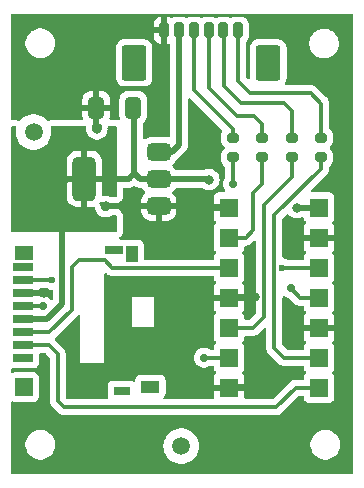
<source format=gbr>
%TF.GenerationSoftware,KiCad,Pcbnew,8.0.5-8.0.5-0~ubuntu20.04.1*%
%TF.CreationDate,2024-10-10T12:20:46-03:00*%
%TF.ProjectId,MicroSD,4d696372-6f53-4442-9e6b-696361645f70,Luis G_mez*%
%TF.SameCoordinates,Original*%
%TF.FileFunction,Copper,L1,Top*%
%TF.FilePolarity,Positive*%
%FSLAX46Y46*%
G04 Gerber Fmt 4.6, Leading zero omitted, Abs format (unit mm)*
G04 Created by KiCad (PCBNEW 8.0.5-8.0.5-0~ubuntu20.04.1) date 2024-10-10 12:20:46*
%MOMM*%
%LPD*%
G01*
G04 APERTURE LIST*
G04 Aperture macros list*
%AMRoundRect*
0 Rectangle with rounded corners*
0 $1 Rounding radius*
0 $2 $3 $4 $5 $6 $7 $8 $9 X,Y pos of 4 corners*
0 Add a 4 corners polygon primitive as box body*
4,1,4,$2,$3,$4,$5,$6,$7,$8,$9,$2,$3,0*
0 Add four circle primitives for the rounded corners*
1,1,$1+$1,$2,$3*
1,1,$1+$1,$4,$5*
1,1,$1+$1,$6,$7*
1,1,$1+$1,$8,$9*
0 Add four rect primitives between the rounded corners*
20,1,$1+$1,$2,$3,$4,$5,0*
20,1,$1+$1,$4,$5,$6,$7,0*
20,1,$1+$1,$6,$7,$8,$9,0*
20,1,$1+$1,$8,$9,$2,$3,0*%
G04 Aperture macros list end*
%TA.AperFunction,SMDPad,CuDef*%
%ADD10C,1.500000*%
%TD*%
%TA.AperFunction,SMDPad,CuDef*%
%ADD11RoundRect,0.200000X-0.275000X0.200000X-0.275000X-0.200000X0.275000X-0.200000X0.275000X0.200000X0*%
%TD*%
%TA.AperFunction,SMDPad,CuDef*%
%ADD12R,1.600000X1.600000*%
%TD*%
%TA.AperFunction,SMDPad,CuDef*%
%ADD13RoundRect,0.375000X0.625000X0.375000X-0.625000X0.375000X-0.625000X-0.375000X0.625000X-0.375000X0*%
%TD*%
%TA.AperFunction,SMDPad,CuDef*%
%ADD14RoundRect,0.500000X0.500000X1.400000X-0.500000X1.400000X-0.500000X-1.400000X0.500000X-1.400000X0*%
%TD*%
%TA.AperFunction,SMDPad,CuDef*%
%ADD15RoundRect,0.200000X0.275000X-0.200000X0.275000X0.200000X-0.275000X0.200000X-0.275000X-0.200000X0*%
%TD*%
%TA.AperFunction,SMDPad,CuDef*%
%ADD16RoundRect,0.200000X-0.200000X-0.450000X0.200000X-0.450000X0.200000X0.450000X-0.200000X0.450000X0*%
%TD*%
%TA.AperFunction,SMDPad,CuDef*%
%ADD17RoundRect,0.250001X-0.799999X-1.249999X0.799999X-1.249999X0.799999X1.249999X-0.799999X1.249999X0*%
%TD*%
%TA.AperFunction,SMDPad,CuDef*%
%ADD18RoundRect,0.250000X0.412500X0.650000X-0.412500X0.650000X-0.412500X-0.650000X0.412500X-0.650000X0*%
%TD*%
%TA.AperFunction,SMDPad,CuDef*%
%ADD19R,1.750000X0.700000*%
%TD*%
%TA.AperFunction,SMDPad,CuDef*%
%ADD20R,1.000000X1.450000*%
%TD*%
%TA.AperFunction,SMDPad,CuDef*%
%ADD21R,1.550000X1.000000*%
%TD*%
%TA.AperFunction,SMDPad,CuDef*%
%ADD22R,1.500000X0.800000*%
%TD*%
%TA.AperFunction,SMDPad,CuDef*%
%ADD23R,1.500000X1.300000*%
%TD*%
%TA.AperFunction,SMDPad,CuDef*%
%ADD24R,1.500000X1.500000*%
%TD*%
%TA.AperFunction,SMDPad,CuDef*%
%ADD25R,1.400000X0.800000*%
%TD*%
%TA.AperFunction,ViaPad*%
%ADD26C,0.800000*%
%TD*%
%TA.AperFunction,ViaPad*%
%ADD27C,0.700000*%
%TD*%
%TA.AperFunction,ViaPad*%
%ADD28C,0.600000*%
%TD*%
%TA.AperFunction,Conductor*%
%ADD29C,0.500000*%
%TD*%
%TA.AperFunction,Conductor*%
%ADD30C,0.350000*%
%TD*%
G04 APERTURE END LIST*
D10*
%TO.P,FID2,*%
%TO.N,*%
X102430000Y-110520000D03*
%TD*%
D11*
%TO.P,R2,1*%
%TO.N,Net-(J2-Pin_5)*%
X124300000Y-111010000D03*
%TO.P,R2,2*%
%TO.N,Net-(R2-Pad2)*%
X124300000Y-112660000D03*
%TD*%
D12*
%TO.P,U3,14,VCC*%
%TO.N,VDD*%
X126610000Y-116920000D03*
%TO.P,U3,13*%
%TO.N,GND*%
X126610000Y-119460000D03*
%TO.P,U3,12*%
%TO.N,Net-(J1-DAT0)*%
X126610000Y-122000000D03*
%TO.P,U3,11*%
%TO.N,Net-(R4-Pad1)*%
X126610000Y-124540000D03*
%TO.P,U3,10*%
%TO.N,GND*%
X126610000Y-127080000D03*
%TO.P,U3,9*%
%TO.N,Net-(R3-Pad2)*%
X126610000Y-129620000D03*
%TO.P,U3,8*%
%TO.N,/DAT3{slash}CD*%
X126610000Y-132160000D03*
%TO.P,U3,7,GND*%
%TO.N,GND*%
X118990000Y-132160000D03*
%TO.P,U3,6*%
%TO.N,Net-(J1-CLK)*%
X118990000Y-129620000D03*
%TO.P,U3,5*%
%TO.N,Net-(R2-Pad2)*%
X118990000Y-127080000D03*
%TO.P,U3,4*%
%TO.N,GND*%
X118990000Y-124540000D03*
%TO.P,U3,3*%
%TO.N,Net-(J1-CMD)*%
X118990000Y-122000000D03*
%TO.P,U3,2*%
%TO.N,Net-(R1-Pad2)*%
X118990000Y-119460000D03*
%TO.P,U3,1*%
%TO.N,GND*%
X118990000Y-116920000D03*
%TD*%
D11*
%TO.P,R1,1*%
%TO.N,Net-(J2-Pin_4)*%
X121800000Y-111010000D03*
%TO.P,R1,2*%
%TO.N,Net-(R1-Pad2)*%
X121800000Y-112660000D03*
%TD*%
D13*
%TO.P,U2,1,ADJ*%
%TO.N,GND*%
X113030000Y-116790000D03*
%TO.P,U2,2,VO*%
%TO.N,VDD*%
X113030000Y-114490000D03*
D14*
X106730000Y-114490000D03*
D13*
%TO.P,U2,3,VI*%
%TO.N,Net-(J2-Pin_2)*%
X113030000Y-112190000D03*
%TD*%
D11*
%TO.P,R3,1*%
%TO.N,Net-(J2-Pin_6)*%
X126800000Y-111010000D03*
%TO.P,R3,2*%
%TO.N,Net-(R3-Pad2)*%
X126800000Y-112660000D03*
%TD*%
D15*
%TO.P,R4,1*%
%TO.N,Net-(R4-Pad1)*%
X119300000Y-112660000D03*
%TO.P,R4,2*%
%TO.N,/PIN3*%
X119300000Y-111010000D03*
%TD*%
D16*
%TO.P,J2,1,Pin_1*%
%TO.N,GND*%
X113500000Y-101910000D03*
%TO.P,J2,2,Pin_2*%
%TO.N,Net-(J2-Pin_2)*%
X114750000Y-101910000D03*
%TO.P,J2,3,Pin_3*%
%TO.N,/PIN3*%
X116000000Y-101910000D03*
%TO.P,J2,4,Pin_4*%
%TO.N,Net-(J2-Pin_4)*%
X117250000Y-101910000D03*
%TO.P,J2,5,Pin_5*%
%TO.N,Net-(J2-Pin_5)*%
X118500000Y-101910000D03*
%TO.P,J2,6,Pin_6*%
%TO.N,Net-(J2-Pin_6)*%
X119750000Y-101910000D03*
D17*
%TO.P,J2,MP,MountPin*%
%TO.N,unconnected-(J2-MountPin-PadMP)*%
X110950000Y-104660000D03*
%TO.N,unconnected-(J2-MountPin-PadMP)_1*%
X122300000Y-104660000D03*
%TD*%
D10*
%TO.P,FID1,*%
%TO.N,*%
X114930000Y-137120000D03*
%TD*%
D18*
%TO.P,C1,1*%
%TO.N,VDD*%
X110862500Y-108460000D03*
%TO.P,C1,2*%
%TO.N,GND*%
X107737500Y-108460000D03*
%TD*%
D19*
%TO.P,J1,1,DAT2*%
%TO.N,unconnected-(J1-DAT2-Pad1)*%
X101530000Y-129670000D03*
%TO.P,J1,2,DAT3/CD*%
%TO.N,/DAT3{slash}CD*%
X101530000Y-128570000D03*
%TO.P,J1,3,CMD*%
%TO.N,Net-(J1-CMD)*%
X101530000Y-127470000D03*
%TO.P,J1,4,VDD*%
%TO.N,VDD*%
X101530000Y-126370000D03*
%TO.P,J1,5,CLK*%
%TO.N,Net-(J1-CLK)*%
X101530000Y-125270000D03*
%TO.P,J1,6,VSS*%
%TO.N,GND*%
X101530000Y-124170000D03*
%TO.P,J1,7,DAT0*%
%TO.N,Net-(J1-DAT0)*%
X101530000Y-123070000D03*
%TO.P,J1,8,DAT1*%
%TO.N,unconnected-(J1-DAT1-Pad8)*%
X101530000Y-121970000D03*
D20*
%TO.P,J1,9,SHIELD*%
%TO.N,unconnected-(J1-SHIELD-Pad9)*%
X110755000Y-120845000D03*
D21*
%TO.P,J1,10*%
%TO.N,N/C*%
X112330000Y-132070000D03*
D22*
%TO.P,J1,11*%
X109255000Y-120520000D03*
D23*
X101655000Y-120770000D03*
D24*
X101655000Y-132120000D03*
D25*
X109905000Y-132470000D03*
%TD*%
D26*
%TO.N,GND*%
X121100000Y-132070000D03*
X125010000Y-127080000D03*
X121155000Y-124470000D03*
X125090000Y-119460000D03*
X108530000Y-116820000D03*
X103280000Y-124170000D03*
X107800000Y-110260000D03*
D27*
%TO.N,Net-(J1-CLK)*%
X116880000Y-129620000D03*
X103234999Y-125270000D03*
D28*
%TO.N,Net-(J1-DAT0)*%
X104030000Y-123070000D03*
X123505000Y-122020000D03*
D27*
%TO.N,Net-(R4-Pad1)*%
X119300000Y-114910000D03*
X124210000Y-123760000D03*
D26*
%TO.N,VDD*%
X117280000Y-114540000D03*
X124728008Y-116918008D03*
%TD*%
D29*
%TO.N,GND*%
X125010000Y-127080000D02*
X126610000Y-127080000D01*
X113030000Y-116790000D02*
X118850000Y-116860000D01*
%TO.N,VDD*%
X110962500Y-114002500D02*
X110475000Y-114490000D01*
X110475000Y-114490000D02*
X106730000Y-114490000D01*
X101530000Y-126370000D02*
X103560000Y-126370000D01*
X103560000Y-126370000D02*
X104850000Y-125080000D01*
X105320000Y-114490000D02*
X106730000Y-114490000D01*
X104850000Y-125080000D02*
X104850000Y-114960000D01*
X104850000Y-114960000D02*
X105320000Y-114490000D01*
%TO.N,Net-(J2-Pin_2)*%
X114750000Y-101910000D02*
X114750000Y-111590000D01*
X114150000Y-112190000D02*
X113030000Y-112190000D01*
X114750000Y-111590000D02*
X114150000Y-112190000D01*
%TO.N,VDD*%
X117280000Y-114540000D02*
X117230000Y-114490000D01*
X117230000Y-114490000D02*
X113030000Y-114490000D01*
%TO.N,GND*%
X125090000Y-119460000D02*
X126610000Y-119460000D01*
D30*
%TO.N,Net-(R4-Pad1)*%
X124210000Y-123760000D02*
X124990000Y-124540000D01*
X124990000Y-124540000D02*
X126610000Y-124540000D01*
%TO.N,Net-(J1-CLK)*%
X103234999Y-125270000D02*
X101530000Y-125270000D01*
D29*
%TO.N,VDD*%
X110962500Y-114002500D02*
X111450000Y-114490000D01*
X111450000Y-114490000D02*
X113040000Y-114490000D01*
%TO.N,GND*%
X108530000Y-116820000D02*
X108570000Y-116780000D01*
X108570000Y-116780000D02*
X113020000Y-116780000D01*
X113020000Y-116780000D02*
X113030000Y-116790000D01*
D30*
%TO.N,Net-(J2-Pin_5)*%
X124300000Y-108770000D02*
X124300000Y-111010000D01*
X118530000Y-106640000D02*
X119970330Y-108080000D01*
X119970330Y-108080000D02*
X123610000Y-108080000D01*
X123610000Y-108080000D02*
X124300000Y-108770000D01*
%TO.N,/DAT3{slash}CD*%
X101530000Y-128570000D02*
X103740000Y-128570000D01*
X104480000Y-133270000D02*
X105030000Y-133820000D01*
X103740000Y-128570000D02*
X104480000Y-129310000D01*
X124640000Y-132160000D02*
X126610000Y-132160000D01*
X104480000Y-129310000D02*
X104480000Y-133270000D01*
X105030000Y-133820000D02*
X122980000Y-133820000D01*
X122980000Y-133820000D02*
X124640000Y-132160000D01*
%TO.N,Net-(J1-CMD)*%
X118990000Y-122000000D02*
X109082488Y-122000000D01*
X109082488Y-122000000D02*
X108477488Y-121395000D01*
X108477488Y-121395000D02*
X106280000Y-121395000D01*
X106280000Y-121395000D02*
X105700000Y-121975000D01*
X105700000Y-121975000D02*
X105700000Y-125550000D01*
X105700000Y-125550000D02*
X103780000Y-127470000D01*
X103780000Y-127470000D02*
X101530000Y-127470000D01*
%TO.N,Net-(R3-Pad2)*%
X126800000Y-112660000D02*
X126800000Y-113610000D01*
X126800000Y-113610000D02*
X122830000Y-117580000D01*
X123630000Y-129620000D02*
X126610000Y-129620000D01*
X122830000Y-117580000D02*
X122830000Y-128820000D01*
X122830000Y-128820000D02*
X123630000Y-129620000D01*
%TO.N,Net-(R1-Pad2)*%
X121780000Y-112680000D02*
X121780000Y-114960000D01*
X121780000Y-114960000D02*
X121030000Y-115710000D01*
X121030000Y-115710000D02*
X121030000Y-118820000D01*
X120390000Y-119460000D02*
X118990000Y-119460000D01*
X121030000Y-118820000D02*
X120390000Y-119460000D01*
%TO.N,Net-(J2-Pin_6)*%
X126800000Y-111010000D02*
X126800000Y-108110000D01*
X125890000Y-107200000D02*
X120760000Y-107200000D01*
X119750000Y-106190000D02*
X119750000Y-101910000D01*
X126800000Y-108110000D02*
X125890000Y-107200000D01*
X120760000Y-107200000D02*
X119750000Y-106190000D01*
%TO.N,/PIN3*%
X119300000Y-111010000D02*
X119300000Y-110300000D01*
X119300000Y-110300000D02*
X116000000Y-107000000D01*
X116000000Y-107000000D02*
X116000000Y-101910000D01*
%TO.N,Net-(J2-Pin_4)*%
X121800000Y-111010000D02*
X121800000Y-109870000D01*
X121800000Y-109870000D02*
X121130000Y-109200000D01*
X121130000Y-109200000D02*
X119660000Y-109200000D01*
X119660000Y-109200000D02*
X117250000Y-106790000D01*
X117250000Y-106790000D02*
X117250000Y-101910000D01*
%TO.N,Net-(J1-CLK)*%
X116880000Y-129620000D02*
X118990000Y-129620000D01*
D29*
%TO.N,GND*%
X121100000Y-132070000D02*
X119080000Y-132070000D01*
X121155000Y-124470000D02*
X119060000Y-124470000D01*
D30*
%TO.N,Net-(R2-Pad2)*%
X124300000Y-112660000D02*
X124300000Y-114300000D01*
X121930000Y-116670000D02*
X121930000Y-126170000D01*
X124300000Y-114300000D02*
X121930000Y-116670000D01*
X121930000Y-126170000D02*
X121020000Y-127080000D01*
X121020000Y-127080000D02*
X118990000Y-127080000D01*
D29*
%TO.N,GND*%
X107737500Y-108460000D02*
X107730000Y-103820000D01*
X107730000Y-103820000D02*
X107737500Y-103812500D01*
X107737500Y-103812500D02*
X107737500Y-102812500D01*
X107737500Y-102812500D02*
X108640000Y-101910000D01*
X108640000Y-101910000D02*
X113500000Y-101910000D01*
%TO.N,VDD*%
X126608008Y-116918008D02*
X126610000Y-116920000D01*
X124728008Y-116918008D02*
X126608008Y-116918008D01*
D30*
%TO.N,Net-(J1-DAT0)*%
X123505000Y-122020000D02*
X123525000Y-122000000D01*
X123525000Y-122000000D02*
X126610000Y-122000000D01*
D29*
%TO.N,GND*%
X107800000Y-110260000D02*
X107737500Y-110197500D01*
X107737500Y-110197500D02*
X107737500Y-108460000D01*
X103280000Y-124170000D02*
X101530000Y-124170000D01*
D30*
%TO.N,Net-(J1-DAT0)*%
X104030000Y-123070000D02*
X101530000Y-123070000D01*
%TO.N,Net-(R4-Pad1)*%
X119300000Y-112660000D02*
X119300000Y-114910000D01*
D29*
%TO.N,VDD*%
X110962500Y-108560000D02*
X110962500Y-114002500D01*
D30*
%TO.N,Net-(J2-Pin_5)*%
X118530000Y-101940000D02*
X118530000Y-106640000D01*
%TD*%
%TA.AperFunction,Conductor*%
%TO.N,GND*%
G36*
X129442539Y-100520185D02*
G01*
X129488294Y-100572989D01*
X129499500Y-100624500D01*
X129499500Y-139375500D01*
X129479815Y-139442539D01*
X129427011Y-139488294D01*
X129375500Y-139499500D01*
X100624500Y-139499500D01*
X100557461Y-139479815D01*
X100511706Y-139427011D01*
X100500500Y-139375500D01*
X100500500Y-136901577D01*
X101749500Y-136901577D01*
X101749500Y-137098422D01*
X101780290Y-137292826D01*
X101841117Y-137480029D01*
X101906771Y-137608881D01*
X101930476Y-137655405D01*
X102046172Y-137814646D01*
X102185354Y-137953828D01*
X102344595Y-138069524D01*
X102427455Y-138111743D01*
X102519970Y-138158882D01*
X102519972Y-138158882D01*
X102519975Y-138158884D01*
X102620317Y-138191487D01*
X102707173Y-138219709D01*
X102901578Y-138250500D01*
X102901583Y-138250500D01*
X103098422Y-138250500D01*
X103292826Y-138219709D01*
X103480025Y-138158884D01*
X103655405Y-138069524D01*
X103814646Y-137953828D01*
X103953828Y-137814646D01*
X104069524Y-137655405D01*
X104158884Y-137480025D01*
X104219709Y-137292826D01*
X104247083Y-137119994D01*
X113424357Y-137119994D01*
X113424357Y-137120005D01*
X113444890Y-137367812D01*
X113444892Y-137367824D01*
X113505936Y-137608881D01*
X113605826Y-137836606D01*
X113741833Y-138044782D01*
X113741836Y-138044785D01*
X113910256Y-138227738D01*
X114106491Y-138380474D01*
X114325190Y-138498828D01*
X114560386Y-138579571D01*
X114805665Y-138620500D01*
X115054335Y-138620500D01*
X115299614Y-138579571D01*
X115534810Y-138498828D01*
X115753509Y-138380474D01*
X115949744Y-138227738D01*
X116118164Y-138044785D01*
X116254173Y-137836607D01*
X116354063Y-137608881D01*
X116415108Y-137367821D01*
X116415109Y-137367812D01*
X116435643Y-137120005D01*
X116435643Y-137119994D01*
X116417544Y-136901577D01*
X125879500Y-136901577D01*
X125879500Y-137098422D01*
X125910290Y-137292826D01*
X125971117Y-137480029D01*
X126036771Y-137608881D01*
X126060476Y-137655405D01*
X126176172Y-137814646D01*
X126315354Y-137953828D01*
X126474595Y-138069524D01*
X126557455Y-138111743D01*
X126649970Y-138158882D01*
X126649972Y-138158882D01*
X126649975Y-138158884D01*
X126750317Y-138191487D01*
X126837173Y-138219709D01*
X127031578Y-138250500D01*
X127031583Y-138250500D01*
X127228422Y-138250500D01*
X127422826Y-138219709D01*
X127610025Y-138158884D01*
X127785405Y-138069524D01*
X127944646Y-137953828D01*
X128083828Y-137814646D01*
X128199524Y-137655405D01*
X128288884Y-137480025D01*
X128349709Y-137292826D01*
X128380500Y-137098422D01*
X128380500Y-136901577D01*
X128349709Y-136707173D01*
X128288882Y-136519970D01*
X128199523Y-136344594D01*
X128083828Y-136185354D01*
X127944646Y-136046172D01*
X127785405Y-135930476D01*
X127610029Y-135841117D01*
X127422826Y-135780290D01*
X127228422Y-135749500D01*
X127228417Y-135749500D01*
X127031583Y-135749500D01*
X127031578Y-135749500D01*
X126837173Y-135780290D01*
X126649970Y-135841117D01*
X126474594Y-135930476D01*
X126383741Y-135996485D01*
X126315354Y-136046172D01*
X126315352Y-136046174D01*
X126315351Y-136046174D01*
X126176174Y-136185351D01*
X126176174Y-136185352D01*
X126176172Y-136185354D01*
X126126485Y-136253741D01*
X126060476Y-136344594D01*
X125971117Y-136519970D01*
X125910290Y-136707173D01*
X125879500Y-136901577D01*
X116417544Y-136901577D01*
X116415109Y-136872187D01*
X116415107Y-136872175D01*
X116354063Y-136631118D01*
X116254173Y-136403393D01*
X116118166Y-136195217D01*
X116096557Y-136171744D01*
X115949744Y-136012262D01*
X115753509Y-135859526D01*
X115753507Y-135859525D01*
X115753506Y-135859524D01*
X115534811Y-135741172D01*
X115534802Y-135741169D01*
X115299616Y-135660429D01*
X115054335Y-135619500D01*
X114805665Y-135619500D01*
X114560383Y-135660429D01*
X114325197Y-135741169D01*
X114325188Y-135741172D01*
X114106493Y-135859524D01*
X113910257Y-136012261D01*
X113741833Y-136195217D01*
X113605826Y-136403393D01*
X113505936Y-136631118D01*
X113444892Y-136872175D01*
X113444890Y-136872187D01*
X113424357Y-137119994D01*
X104247083Y-137119994D01*
X104250500Y-137098422D01*
X104250500Y-136901577D01*
X104219709Y-136707173D01*
X104158882Y-136519970D01*
X104069523Y-136344594D01*
X103953828Y-136185354D01*
X103814646Y-136046172D01*
X103655405Y-135930476D01*
X103480029Y-135841117D01*
X103292826Y-135780290D01*
X103098422Y-135749500D01*
X103098417Y-135749500D01*
X102901583Y-135749500D01*
X102901578Y-135749500D01*
X102707173Y-135780290D01*
X102519970Y-135841117D01*
X102344594Y-135930476D01*
X102253741Y-135996485D01*
X102185354Y-136046172D01*
X102185352Y-136046174D01*
X102185351Y-136046174D01*
X102046174Y-136185351D01*
X102046174Y-136185352D01*
X102046172Y-136185354D01*
X101996485Y-136253741D01*
X101930476Y-136344594D01*
X101841117Y-136519970D01*
X101780290Y-136707173D01*
X101749500Y-136901577D01*
X100500500Y-136901577D01*
X100500500Y-133431904D01*
X100520185Y-133364865D01*
X100572989Y-133319110D01*
X100642147Y-133309166D01*
X100667832Y-133315721D01*
X100797517Y-133364091D01*
X100797516Y-133364091D01*
X100804444Y-133364835D01*
X100857127Y-133370500D01*
X102452872Y-133370499D01*
X102512483Y-133364091D01*
X102647331Y-133313796D01*
X102762546Y-133227546D01*
X102848796Y-133112331D01*
X102899091Y-132977483D01*
X102905500Y-132917873D01*
X102905499Y-131322128D01*
X102899091Y-131262517D01*
X102895402Y-131252627D01*
X102848797Y-131127671D01*
X102848793Y-131127664D01*
X102762547Y-131012455D01*
X102762544Y-131012452D01*
X102647335Y-130926206D01*
X102647328Y-130926202D01*
X102512482Y-130875908D01*
X102512483Y-130875908D01*
X102452883Y-130869501D01*
X102452881Y-130869500D01*
X102452873Y-130869500D01*
X102452864Y-130869500D01*
X100857129Y-130869500D01*
X100857123Y-130869501D01*
X100797515Y-130875909D01*
X100667832Y-130924277D01*
X100598141Y-130929261D01*
X100536818Y-130895775D01*
X100503334Y-130834452D01*
X100500500Y-130808095D01*
X100500500Y-130644499D01*
X100520185Y-130577460D01*
X100572989Y-130531705D01*
X100624495Y-130520499D01*
X102452872Y-130520499D01*
X102512483Y-130514091D01*
X102647331Y-130463796D01*
X102762546Y-130377546D01*
X102848796Y-130262331D01*
X102899091Y-130127483D01*
X102905500Y-130067873D01*
X102905499Y-129369499D01*
X102925183Y-129302461D01*
X102977987Y-129256706D01*
X103029499Y-129245500D01*
X103408837Y-129245500D01*
X103475876Y-129265185D01*
X103496518Y-129281819D01*
X103768181Y-129553482D01*
X103801666Y-129614805D01*
X103804500Y-129641163D01*
X103804500Y-133336535D01*
X103830457Y-133467028D01*
X103830459Y-133467036D01*
X103881378Y-133589965D01*
X103881383Y-133589975D01*
X103955304Y-133700605D01*
X103955307Y-133700609D01*
X104505305Y-134250606D01*
X104599394Y-134344695D01*
X104599397Y-134344697D01*
X104599398Y-134344698D01*
X104710020Y-134418613D01*
X104710023Y-134418614D01*
X104710031Y-134418620D01*
X104832964Y-134469540D01*
X104832968Y-134469540D01*
X104832969Y-134469541D01*
X104963466Y-134495500D01*
X104963469Y-134495500D01*
X123046532Y-134495500D01*
X123046533Y-134495499D01*
X123177036Y-134469541D01*
X123299969Y-134418620D01*
X123410606Y-134344695D01*
X124883482Y-132871819D01*
X124944805Y-132838334D01*
X124971163Y-132835500D01*
X125185501Y-132835500D01*
X125252540Y-132855185D01*
X125298295Y-132907989D01*
X125309501Y-132959500D01*
X125309501Y-133007876D01*
X125315908Y-133067483D01*
X125366202Y-133202328D01*
X125366206Y-133202335D01*
X125452452Y-133317544D01*
X125452455Y-133317547D01*
X125567664Y-133403793D01*
X125567671Y-133403797D01*
X125702517Y-133454091D01*
X125702516Y-133454091D01*
X125709444Y-133454835D01*
X125762127Y-133460500D01*
X127457872Y-133460499D01*
X127517483Y-133454091D01*
X127652331Y-133403796D01*
X127767546Y-133317546D01*
X127853796Y-133202331D01*
X127904091Y-133067483D01*
X127910500Y-133007873D01*
X127910499Y-131312128D01*
X127904091Y-131252517D01*
X127889148Y-131212454D01*
X127853797Y-131117671D01*
X127853793Y-131117664D01*
X127767547Y-131002455D01*
X127767546Y-131002454D01*
X127750347Y-130989579D01*
X127749929Y-130989266D01*
X127708058Y-130933334D01*
X127703074Y-130863642D01*
X127736558Y-130802319D01*
X127749930Y-130790733D01*
X127767546Y-130777546D01*
X127853796Y-130662331D01*
X127904091Y-130527483D01*
X127910500Y-130467873D01*
X127910499Y-128772128D01*
X127904091Y-128712517D01*
X127853796Y-128577669D01*
X127853795Y-128577668D01*
X127853793Y-128577664D01*
X127767547Y-128462455D01*
X127749511Y-128448953D01*
X127707640Y-128393019D01*
X127702657Y-128323327D01*
X127736143Y-128262004D01*
X127749515Y-128250418D01*
X127767191Y-128237186D01*
X127853350Y-128122093D01*
X127853354Y-128122086D01*
X127903596Y-127987379D01*
X127903598Y-127987372D01*
X127909999Y-127927844D01*
X127910000Y-127927827D01*
X127910000Y-127330000D01*
X125310000Y-127330000D01*
X125310000Y-127927844D01*
X125316401Y-127987372D01*
X125316403Y-127987379D01*
X125366645Y-128122086D01*
X125366649Y-128122093D01*
X125452808Y-128237185D01*
X125470486Y-128250419D01*
X125512357Y-128306352D01*
X125517342Y-128376044D01*
X125483858Y-128437367D01*
X125470490Y-128448951D01*
X125452455Y-128462452D01*
X125452452Y-128462455D01*
X125366206Y-128577664D01*
X125366202Y-128577671D01*
X125315908Y-128712517D01*
X125311506Y-128753469D01*
X125309501Y-128772123D01*
X125309500Y-128772135D01*
X125309500Y-128820500D01*
X125289815Y-128887539D01*
X125237011Y-128933294D01*
X125185500Y-128944500D01*
X123961163Y-128944500D01*
X123894124Y-128924815D01*
X123873482Y-128908181D01*
X123541819Y-128576518D01*
X123508334Y-128515195D01*
X123505500Y-128488837D01*
X123505500Y-124542790D01*
X123525185Y-124475751D01*
X123577989Y-124429996D01*
X123647147Y-124420052D01*
X123702386Y-124442473D01*
X123782401Y-124500608D01*
X123782402Y-124500609D01*
X123782404Y-124500610D01*
X123782407Y-124500612D01*
X123945733Y-124573329D01*
X124065112Y-124598703D01*
X124126592Y-124631895D01*
X124127011Y-124632312D01*
X124465305Y-124970606D01*
X124559394Y-125064695D01*
X124559397Y-125064697D01*
X124559398Y-125064698D01*
X124670020Y-125138613D01*
X124670024Y-125138615D01*
X124670031Y-125138620D01*
X124706037Y-125153534D01*
X124792964Y-125189541D01*
X124923464Y-125215499D01*
X124923468Y-125215500D01*
X124923469Y-125215500D01*
X125185501Y-125215500D01*
X125252540Y-125235185D01*
X125298295Y-125287989D01*
X125309501Y-125339500D01*
X125309501Y-125387876D01*
X125315908Y-125447483D01*
X125366202Y-125582328D01*
X125366206Y-125582335D01*
X125452452Y-125697544D01*
X125452455Y-125697547D01*
X125470487Y-125711046D01*
X125512358Y-125766980D01*
X125517342Y-125836671D01*
X125483856Y-125897994D01*
X125470488Y-125909578D01*
X125452809Y-125922812D01*
X125366649Y-126037906D01*
X125366645Y-126037913D01*
X125316403Y-126172620D01*
X125316401Y-126172627D01*
X125310000Y-126232155D01*
X125310000Y-126830000D01*
X127910000Y-126830000D01*
X127910000Y-126232172D01*
X127909999Y-126232155D01*
X127903598Y-126172627D01*
X127903596Y-126172620D01*
X127853354Y-126037913D01*
X127853350Y-126037906D01*
X127767190Y-125922812D01*
X127767189Y-125922811D01*
X127749513Y-125909579D01*
X127707641Y-125853646D01*
X127702657Y-125783954D01*
X127736142Y-125722631D01*
X127749500Y-125711055D01*
X127767546Y-125697546D01*
X127853796Y-125582331D01*
X127904091Y-125447483D01*
X127910500Y-125387873D01*
X127910499Y-123692128D01*
X127904091Y-123632517D01*
X127898621Y-123617852D01*
X127853797Y-123497671D01*
X127853793Y-123497664D01*
X127767547Y-123382455D01*
X127767546Y-123382454D01*
X127750347Y-123369579D01*
X127749929Y-123369266D01*
X127708058Y-123313334D01*
X127703074Y-123243642D01*
X127736558Y-123182319D01*
X127749930Y-123170733D01*
X127767546Y-123157546D01*
X127853796Y-123042331D01*
X127904091Y-122907483D01*
X127910500Y-122847873D01*
X127910499Y-121152128D01*
X127904091Y-121092517D01*
X127853796Y-120957669D01*
X127853795Y-120957668D01*
X127853793Y-120957664D01*
X127767547Y-120842455D01*
X127749511Y-120828953D01*
X127707640Y-120773019D01*
X127702657Y-120703327D01*
X127736143Y-120642004D01*
X127749515Y-120630418D01*
X127767191Y-120617186D01*
X127853350Y-120502093D01*
X127853354Y-120502086D01*
X127903596Y-120367379D01*
X127903598Y-120367372D01*
X127909999Y-120307844D01*
X127910000Y-120307827D01*
X127910000Y-119710000D01*
X125310000Y-119710000D01*
X125310000Y-120307844D01*
X125316401Y-120367372D01*
X125316403Y-120367379D01*
X125366645Y-120502086D01*
X125366649Y-120502093D01*
X125452808Y-120617185D01*
X125470486Y-120630419D01*
X125512357Y-120686352D01*
X125517342Y-120756044D01*
X125483858Y-120817367D01*
X125470490Y-120828951D01*
X125452455Y-120842452D01*
X125452452Y-120842455D01*
X125366206Y-120957664D01*
X125366202Y-120957671D01*
X125315908Y-121092517D01*
X125309501Y-121152116D01*
X125309501Y-121152123D01*
X125309500Y-121152135D01*
X125309500Y-121200500D01*
X125289815Y-121267539D01*
X125237011Y-121313294D01*
X125185500Y-121324500D01*
X123938451Y-121324500D01*
X123872480Y-121305495D01*
X123854522Y-121294211D01*
X123684255Y-121234632D01*
X123684254Y-121234631D01*
X123684249Y-121234630D01*
X123615616Y-121226897D01*
X123551202Y-121199830D01*
X123511647Y-121142235D01*
X123505500Y-121103677D01*
X123505500Y-117911162D01*
X123525185Y-117844123D01*
X123541815Y-117823485D01*
X123864987Y-117500312D01*
X123926308Y-117466829D01*
X123995999Y-117471813D01*
X124044814Y-117505021D01*
X124122137Y-117590896D01*
X124122140Y-117590898D01*
X124275273Y-117702156D01*
X124275278Y-117702159D01*
X124448200Y-117779150D01*
X124448205Y-117779152D01*
X124633362Y-117818508D01*
X124633363Y-117818508D01*
X124822652Y-117818508D01*
X124822654Y-117818508D01*
X125007811Y-117779152D01*
X125141350Y-117719695D01*
X125210597Y-117710410D01*
X125273874Y-117740038D01*
X125311088Y-117799173D01*
X125315073Y-117819717D01*
X125315907Y-117827480D01*
X125366202Y-117962328D01*
X125366206Y-117962335D01*
X125452452Y-118077544D01*
X125452455Y-118077547D01*
X125470487Y-118091046D01*
X125512358Y-118146980D01*
X125517342Y-118216671D01*
X125483856Y-118277994D01*
X125470488Y-118289578D01*
X125452809Y-118302812D01*
X125366649Y-118417906D01*
X125366645Y-118417913D01*
X125316403Y-118552620D01*
X125316401Y-118552627D01*
X125310000Y-118612155D01*
X125310000Y-119210000D01*
X127910000Y-119210000D01*
X127910000Y-118612172D01*
X127909999Y-118612155D01*
X127903598Y-118552627D01*
X127903596Y-118552620D01*
X127853354Y-118417913D01*
X127853350Y-118417906D01*
X127767190Y-118302812D01*
X127767189Y-118302811D01*
X127749513Y-118289579D01*
X127707641Y-118233646D01*
X127702657Y-118163954D01*
X127736142Y-118102631D01*
X127749500Y-118091055D01*
X127767546Y-118077546D01*
X127853796Y-117962331D01*
X127904091Y-117827483D01*
X127910500Y-117767873D01*
X127910499Y-116072128D01*
X127904091Y-116012517D01*
X127877408Y-115940977D01*
X127853797Y-115877671D01*
X127853793Y-115877664D01*
X127767547Y-115762455D01*
X127767544Y-115762452D01*
X127652335Y-115676206D01*
X127652328Y-115676202D01*
X127517482Y-115625908D01*
X127517483Y-115625908D01*
X127457883Y-115619501D01*
X127457881Y-115619500D01*
X127457873Y-115619500D01*
X127457865Y-115619500D01*
X126045161Y-115619500D01*
X125978122Y-115599815D01*
X125932367Y-115547011D01*
X125922423Y-115477853D01*
X125951448Y-115414297D01*
X125957464Y-115407835D01*
X127324695Y-114040606D01*
X127398620Y-113929969D01*
X127449541Y-113807036D01*
X127475500Y-113676531D01*
X127475500Y-113543469D01*
X127475500Y-113501519D01*
X127495185Y-113434480D01*
X127511814Y-113413842D01*
X127630472Y-113295185D01*
X127718478Y-113149606D01*
X127769086Y-112987196D01*
X127775500Y-112916616D01*
X127775500Y-112403384D01*
X127769086Y-112332804D01*
X127718478Y-112170394D01*
X127630472Y-112024815D01*
X127630470Y-112024813D01*
X127630469Y-112024811D01*
X127528339Y-111922681D01*
X127494854Y-111861358D01*
X127499838Y-111791666D01*
X127528339Y-111747319D01*
X127630468Y-111645189D01*
X127630469Y-111645188D01*
X127630472Y-111645185D01*
X127718478Y-111499606D01*
X127769086Y-111337196D01*
X127775500Y-111266616D01*
X127775500Y-110753384D01*
X127769086Y-110682804D01*
X127718478Y-110520394D01*
X127630472Y-110374815D01*
X127630470Y-110374813D01*
X127630469Y-110374811D01*
X127511819Y-110256161D01*
X127478334Y-110194838D01*
X127475500Y-110168480D01*
X127475500Y-108043466D01*
X127449541Y-107912969D01*
X127449540Y-107912968D01*
X127449540Y-107912964D01*
X127398620Y-107790031D01*
X127378541Y-107759981D01*
X127324698Y-107679398D01*
X127324697Y-107679397D01*
X127324695Y-107679394D01*
X127230606Y-107585305D01*
X126862589Y-107217288D01*
X126320609Y-106675307D01*
X126320605Y-106675304D01*
X126209975Y-106601383D01*
X126209965Y-106601378D01*
X126087036Y-106550459D01*
X126087028Y-106550457D01*
X125956535Y-106524500D01*
X125956531Y-106524500D01*
X123824928Y-106524500D01*
X123757889Y-106504815D01*
X123712134Y-106452011D01*
X123702190Y-106382853D01*
X123719390Y-106335403D01*
X123784812Y-106229337D01*
X123784813Y-106229335D01*
X123784814Y-106229334D01*
X123839999Y-106062797D01*
X123850500Y-105960008D01*
X123850500Y-103359992D01*
X123839999Y-103257203D01*
X123784814Y-103090666D01*
X123765898Y-103059999D01*
X123692713Y-102941348D01*
X123692710Y-102941344D01*
X123672943Y-102921577D01*
X125779500Y-102921577D01*
X125779500Y-103118422D01*
X125810290Y-103312826D01*
X125871117Y-103500029D01*
X125960476Y-103675405D01*
X126076172Y-103834646D01*
X126215354Y-103973828D01*
X126374595Y-104089524D01*
X126457455Y-104131743D01*
X126549970Y-104178882D01*
X126549972Y-104178882D01*
X126549975Y-104178884D01*
X126650317Y-104211487D01*
X126737173Y-104239709D01*
X126931578Y-104270500D01*
X126931583Y-104270500D01*
X127128422Y-104270500D01*
X127322826Y-104239709D01*
X127384379Y-104219709D01*
X127510025Y-104178884D01*
X127685405Y-104089524D01*
X127844646Y-103973828D01*
X127983828Y-103834646D01*
X128099524Y-103675405D01*
X128188884Y-103500025D01*
X128249709Y-103312826D01*
X128258519Y-103257203D01*
X128280500Y-103118422D01*
X128280500Y-102921577D01*
X128249709Y-102727173D01*
X128188882Y-102539970D01*
X128126028Y-102416613D01*
X128099524Y-102364595D01*
X127983828Y-102205354D01*
X127844646Y-102066172D01*
X127685405Y-101950476D01*
X127646153Y-101930476D01*
X127510029Y-101861117D01*
X127322826Y-101800290D01*
X127128422Y-101769500D01*
X127128417Y-101769500D01*
X126931583Y-101769500D01*
X126931578Y-101769500D01*
X126737173Y-101800290D01*
X126549970Y-101861117D01*
X126374594Y-101950476D01*
X126283741Y-102016485D01*
X126215354Y-102066172D01*
X126215352Y-102066174D01*
X126215351Y-102066174D01*
X126076174Y-102205351D01*
X126076174Y-102205352D01*
X126076172Y-102205354D01*
X126026485Y-102273741D01*
X125960476Y-102364594D01*
X125871117Y-102539970D01*
X125810290Y-102727173D01*
X125779500Y-102921577D01*
X123672943Y-102921577D01*
X123568655Y-102817289D01*
X123568651Y-102817286D01*
X123419337Y-102725187D01*
X123419335Y-102725186D01*
X123336065Y-102697593D01*
X123252797Y-102670001D01*
X123252795Y-102670000D01*
X123150015Y-102659500D01*
X123150008Y-102659500D01*
X121449992Y-102659500D01*
X121449984Y-102659500D01*
X121347204Y-102670000D01*
X121347203Y-102670001D01*
X121180664Y-102725186D01*
X121180662Y-102725187D01*
X121031348Y-102817286D01*
X121031344Y-102817289D01*
X120907289Y-102941344D01*
X120907286Y-102941348D01*
X120815187Y-103090662D01*
X120815186Y-103090664D01*
X120760001Y-103257203D01*
X120760000Y-103257204D01*
X120749500Y-103359984D01*
X120749500Y-105934837D01*
X120729815Y-106001876D01*
X120677011Y-106047631D01*
X120607853Y-106057575D01*
X120544297Y-106028550D01*
X120537819Y-106022518D01*
X120461819Y-105946518D01*
X120428334Y-105885195D01*
X120425500Y-105858837D01*
X120425500Y-102926519D01*
X120445185Y-102859480D01*
X120461820Y-102838837D01*
X120483371Y-102817286D01*
X120505472Y-102795185D01*
X120593478Y-102649606D01*
X120644086Y-102487196D01*
X120650500Y-102416616D01*
X120650500Y-101403384D01*
X120644086Y-101332804D01*
X120593478Y-101170394D01*
X120505472Y-101024815D01*
X120505470Y-101024813D01*
X120505469Y-101024811D01*
X120385188Y-100904530D01*
X120340837Y-100877719D01*
X120239606Y-100816522D01*
X120077196Y-100765914D01*
X120077194Y-100765913D01*
X120077192Y-100765913D01*
X120027778Y-100761423D01*
X120006616Y-100759500D01*
X119493384Y-100759500D01*
X119474145Y-100761248D01*
X119422807Y-100765913D01*
X119260391Y-100816523D01*
X119189149Y-100859590D01*
X119121594Y-100877426D01*
X119060851Y-100859590D01*
X118989608Y-100816523D01*
X118989607Y-100816522D01*
X118989606Y-100816522D01*
X118827196Y-100765914D01*
X118827194Y-100765913D01*
X118827192Y-100765913D01*
X118777778Y-100761423D01*
X118756616Y-100759500D01*
X118243384Y-100759500D01*
X118224145Y-100761248D01*
X118172807Y-100765913D01*
X118010391Y-100816523D01*
X117939149Y-100859590D01*
X117871594Y-100877426D01*
X117810851Y-100859590D01*
X117739608Y-100816523D01*
X117739607Y-100816522D01*
X117739606Y-100816522D01*
X117577196Y-100765914D01*
X117577194Y-100765913D01*
X117577192Y-100765913D01*
X117527778Y-100761423D01*
X117506616Y-100759500D01*
X116993384Y-100759500D01*
X116974145Y-100761248D01*
X116922807Y-100765913D01*
X116760391Y-100816523D01*
X116689149Y-100859590D01*
X116621594Y-100877426D01*
X116560851Y-100859590D01*
X116489608Y-100816523D01*
X116489607Y-100816522D01*
X116489606Y-100816522D01*
X116327196Y-100765914D01*
X116327194Y-100765913D01*
X116327192Y-100765913D01*
X116277778Y-100761423D01*
X116256616Y-100759500D01*
X115743384Y-100759500D01*
X115724145Y-100761248D01*
X115672807Y-100765913D01*
X115510391Y-100816523D01*
X115439149Y-100859590D01*
X115371594Y-100877426D01*
X115310851Y-100859590D01*
X115239608Y-100816523D01*
X115239607Y-100816522D01*
X115239606Y-100816522D01*
X115077196Y-100765914D01*
X115077194Y-100765913D01*
X115077192Y-100765913D01*
X115027778Y-100761423D01*
X115006616Y-100759500D01*
X114493384Y-100759500D01*
X114474145Y-100761248D01*
X114422807Y-100765913D01*
X114260391Y-100816523D01*
X114188665Y-100859883D01*
X114121111Y-100877719D01*
X114060367Y-100859883D01*
X113989400Y-100816982D01*
X113989396Y-100816980D01*
X113827105Y-100766409D01*
X113827106Y-100766409D01*
X113756572Y-100760000D01*
X113750000Y-100760000D01*
X113750000Y-103059999D01*
X113756581Y-103059999D01*
X113827101Y-103053591D01*
X113838604Y-103050007D01*
X113908464Y-103048853D01*
X113967858Y-103085651D01*
X113997929Y-103148718D01*
X113999500Y-103168391D01*
X113999500Y-110839892D01*
X113979815Y-110906931D01*
X113927011Y-110952686D01*
X113857853Y-110962630D01*
X113845574Y-110960227D01*
X113773893Y-110942400D01*
X113749451Y-110940742D01*
X113731123Y-110939500D01*
X113731120Y-110939500D01*
X112328877Y-110939500D01*
X112328874Y-110939501D01*
X112286113Y-110942399D01*
X112286112Y-110942399D01*
X112101303Y-110988360D01*
X111930707Y-111072967D01*
X111930706Y-111072968D01*
X111914685Y-111085846D01*
X111850100Y-111112503D01*
X111781356Y-111100011D01*
X111730279Y-111052337D01*
X111713000Y-110989197D01*
X111713000Y-109784730D01*
X111732685Y-109717691D01*
X111749319Y-109697049D01*
X111774495Y-109671873D01*
X111867712Y-109578656D01*
X111959814Y-109429334D01*
X112014999Y-109262797D01*
X112025500Y-109160009D01*
X112025499Y-107759992D01*
X112014999Y-107657203D01*
X111959814Y-107490666D01*
X111867712Y-107341344D01*
X111743656Y-107217288D01*
X111594334Y-107125186D01*
X111427797Y-107070001D01*
X111427795Y-107070000D01*
X111325010Y-107059500D01*
X110399998Y-107059500D01*
X110399980Y-107059501D01*
X110297203Y-107070000D01*
X110297200Y-107070001D01*
X110130668Y-107125185D01*
X110130663Y-107125187D01*
X109981342Y-107217289D01*
X109857289Y-107341342D01*
X109765187Y-107490663D01*
X109765185Y-107490668D01*
X109765115Y-107490880D01*
X109710001Y-107657203D01*
X109710001Y-107657204D01*
X109710000Y-107657204D01*
X109699500Y-107759983D01*
X109699500Y-109160001D01*
X109699501Y-109160018D01*
X109710000Y-109262796D01*
X109710001Y-109262799D01*
X109748970Y-109380397D01*
X109751372Y-109450225D01*
X109715640Y-109510267D01*
X109653120Y-109541460D01*
X109589753Y-109535751D01*
X109589707Y-109535910D01*
X109588908Y-109535675D01*
X109587948Y-109535589D01*
X109585478Y-109534668D01*
X109585461Y-109534663D01*
X109585459Y-109534662D01*
X109518420Y-109514977D01*
X109518422Y-109514977D01*
X109518417Y-109514976D01*
X109456354Y-109506053D01*
X109376000Y-109494500D01*
X108984414Y-109494500D01*
X108917375Y-109474815D01*
X108871620Y-109422011D01*
X108861676Y-109352853D01*
X108866708Y-109331497D01*
X108889504Y-109262700D01*
X108889506Y-109262690D01*
X108899999Y-109159986D01*
X108900000Y-109159973D01*
X108900000Y-108710000D01*
X107987500Y-108710000D01*
X107987500Y-109859999D01*
X108080561Y-109859999D01*
X108147600Y-109879684D01*
X108193355Y-109932488D01*
X108203299Y-110001646D01*
X108202538Y-110006306D01*
X108195276Y-110046010D01*
X108195276Y-110046013D01*
X108195275Y-110046022D01*
X108194900Y-110055855D01*
X108189796Y-110189797D01*
X108195812Y-110247040D01*
X108195812Y-110272959D01*
X108189858Y-110329613D01*
X108184468Y-110354971D01*
X108166864Y-110409151D01*
X108156320Y-110432833D01*
X108127836Y-110482169D01*
X108112599Y-110503141D01*
X108074488Y-110545468D01*
X108055221Y-110562816D01*
X108009124Y-110596306D01*
X107986677Y-110609265D01*
X107934639Y-110632434D01*
X107909986Y-110640445D01*
X107872790Y-110648352D01*
X107854263Y-110652290D01*
X107828482Y-110655000D01*
X107771516Y-110655000D01*
X107745735Y-110652290D01*
X107690013Y-110640446D01*
X107665356Y-110632434D01*
X107613314Y-110609262D01*
X107590868Y-110596303D01*
X107574613Y-110584493D01*
X107544776Y-110562815D01*
X107525516Y-110545474D01*
X107487397Y-110503138D01*
X107472161Y-110482167D01*
X107443674Y-110432824D01*
X107433133Y-110409151D01*
X107415527Y-110354965D01*
X107410141Y-110329621D01*
X107405751Y-110287855D01*
X107404186Y-110272954D01*
X107404186Y-110247035D01*
X107410201Y-110189802D01*
X107410202Y-110189794D01*
X107406365Y-110055505D01*
X107400004Y-110016544D01*
X107397953Y-110003979D01*
X107406579Y-109934644D01*
X107451320Y-109880978D01*
X107473492Y-109874006D01*
X107487500Y-109859999D01*
X107487500Y-108710000D01*
X106575001Y-108710000D01*
X106575001Y-109159986D01*
X106585494Y-109262697D01*
X106608292Y-109331496D01*
X106610694Y-109401324D01*
X106574962Y-109461366D01*
X106512442Y-109492559D01*
X106490586Y-109494500D01*
X104005497Y-109494500D01*
X103978924Y-109495199D01*
X103965862Y-109495887D01*
X103939387Y-109497980D01*
X103799897Y-109533304D01*
X103735299Y-109559920D01*
X103724742Y-109566157D01*
X103657010Y-109583306D01*
X103590758Y-109561114D01*
X103570445Y-109543377D01*
X103449747Y-109412265D01*
X103449744Y-109412262D01*
X103257714Y-109262799D01*
X103253509Y-109259526D01*
X103253507Y-109259525D01*
X103253506Y-109259524D01*
X103034811Y-109141172D01*
X103034802Y-109141169D01*
X102799616Y-109060429D01*
X102554335Y-109019500D01*
X102305665Y-109019500D01*
X102060383Y-109060429D01*
X101825197Y-109141169D01*
X101825188Y-109141172D01*
X101606493Y-109259524D01*
X101410255Y-109412262D01*
X101410252Y-109412265D01*
X101289353Y-109543596D01*
X101229466Y-109579587D01*
X101159628Y-109577486D01*
X101146613Y-109572407D01*
X101063970Y-109534665D01*
X101063963Y-109534663D01*
X101063961Y-109534662D01*
X100996922Y-109514977D01*
X100996924Y-109514977D01*
X100996919Y-109514976D01*
X100934856Y-109506053D01*
X100854502Y-109494500D01*
X100624500Y-109494500D01*
X100557461Y-109474815D01*
X100511706Y-109422011D01*
X100500500Y-109370500D01*
X100500500Y-107760013D01*
X106575000Y-107760013D01*
X106575000Y-108210000D01*
X107487500Y-108210000D01*
X107987500Y-108210000D01*
X108899999Y-108210000D01*
X108899999Y-107760028D01*
X108899998Y-107760013D01*
X108889505Y-107657302D01*
X108834358Y-107490880D01*
X108834356Y-107490875D01*
X108742315Y-107341654D01*
X108618345Y-107217684D01*
X108469124Y-107125643D01*
X108469119Y-107125641D01*
X108302697Y-107070494D01*
X108302690Y-107070493D01*
X108199986Y-107060000D01*
X107987500Y-107060000D01*
X107987500Y-108210000D01*
X107487500Y-108210000D01*
X107487500Y-107060000D01*
X107275029Y-107060000D01*
X107275012Y-107060001D01*
X107172302Y-107070494D01*
X107005880Y-107125641D01*
X107005875Y-107125643D01*
X106856654Y-107217684D01*
X106732684Y-107341654D01*
X106640643Y-107490875D01*
X106640641Y-107490880D01*
X106585494Y-107657302D01*
X106585493Y-107657309D01*
X106575000Y-107760013D01*
X100500500Y-107760013D01*
X100500500Y-102901577D01*
X101749500Y-102901577D01*
X101749500Y-103098422D01*
X101780290Y-103292826D01*
X101841117Y-103480029D01*
X101851306Y-103500025D01*
X101930476Y-103655405D01*
X102046172Y-103814646D01*
X102185354Y-103953828D01*
X102344595Y-104069524D01*
X102427455Y-104111743D01*
X102519970Y-104158882D01*
X102519972Y-104158882D01*
X102519975Y-104158884D01*
X102620317Y-104191487D01*
X102707173Y-104219709D01*
X102901578Y-104250500D01*
X102901583Y-104250500D01*
X103098422Y-104250500D01*
X103292826Y-104219709D01*
X103480025Y-104158884D01*
X103655405Y-104069524D01*
X103814646Y-103953828D01*
X103953828Y-103814646D01*
X104069524Y-103655405D01*
X104158884Y-103480025D01*
X104197888Y-103359984D01*
X109399500Y-103359984D01*
X109399500Y-105960015D01*
X109410000Y-106062795D01*
X109410001Y-106062796D01*
X109465186Y-106229335D01*
X109465187Y-106229337D01*
X109557286Y-106378651D01*
X109557289Y-106378655D01*
X109681344Y-106502710D01*
X109681348Y-106502713D01*
X109830662Y-106594812D01*
X109830664Y-106594813D01*
X109830666Y-106594814D01*
X109997203Y-106649999D01*
X110099992Y-106660500D01*
X110099997Y-106660500D01*
X111800003Y-106660500D01*
X111800008Y-106660500D01*
X111902797Y-106649999D01*
X112069334Y-106594814D01*
X112218655Y-106502711D01*
X112342711Y-106378655D01*
X112434814Y-106229334D01*
X112489999Y-106062797D01*
X112500500Y-105960008D01*
X112500500Y-103359992D01*
X112489999Y-103257203D01*
X112434814Y-103090666D01*
X112415898Y-103059999D01*
X112342713Y-102941348D01*
X112342710Y-102941344D01*
X112218655Y-102817289D01*
X112218651Y-102817286D01*
X112069337Y-102725187D01*
X112069335Y-102725186D01*
X111986065Y-102697593D01*
X111902797Y-102670001D01*
X111902795Y-102670000D01*
X111800015Y-102659500D01*
X111800008Y-102659500D01*
X110099992Y-102659500D01*
X110099984Y-102659500D01*
X109997204Y-102670000D01*
X109997203Y-102670001D01*
X109830664Y-102725186D01*
X109830662Y-102725187D01*
X109681348Y-102817286D01*
X109681344Y-102817289D01*
X109557289Y-102941344D01*
X109557286Y-102941348D01*
X109465187Y-103090662D01*
X109465186Y-103090664D01*
X109410001Y-103257203D01*
X109410000Y-103257204D01*
X109399500Y-103359984D01*
X104197888Y-103359984D01*
X104219709Y-103292826D01*
X104225351Y-103257203D01*
X104250500Y-103098422D01*
X104250500Y-102901577D01*
X104219709Y-102707173D01*
X104158882Y-102519970D01*
X104106203Y-102416582D01*
X112600001Y-102416582D01*
X112606408Y-102487102D01*
X112606409Y-102487107D01*
X112656981Y-102649396D01*
X112744927Y-102794877D01*
X112865122Y-102915072D01*
X113010604Y-103003019D01*
X113010603Y-103003019D01*
X113172894Y-103053590D01*
X113172893Y-103053590D01*
X113243408Y-103059998D01*
X113243426Y-103059999D01*
X113249999Y-103059998D01*
X113250000Y-103059998D01*
X113250000Y-102160000D01*
X112600001Y-102160000D01*
X112600001Y-102416582D01*
X104106203Y-102416582D01*
X104069523Y-102344594D01*
X103953828Y-102185354D01*
X103814646Y-102046172D01*
X103655405Y-101930476D01*
X103480029Y-101841117D01*
X103292826Y-101780290D01*
X103098422Y-101749500D01*
X103098417Y-101749500D01*
X102901583Y-101749500D01*
X102901578Y-101749500D01*
X102707173Y-101780290D01*
X102519970Y-101841117D01*
X102344594Y-101930476D01*
X102253741Y-101996485D01*
X102185354Y-102046172D01*
X102185352Y-102046174D01*
X102185351Y-102046174D01*
X102046174Y-102185351D01*
X102046174Y-102185352D01*
X102046172Y-102185354D01*
X102031643Y-102205352D01*
X101930476Y-102344594D01*
X101841117Y-102519970D01*
X101780290Y-102707173D01*
X101749500Y-102901577D01*
X100500500Y-102901577D01*
X100500500Y-101403427D01*
X112600000Y-101403427D01*
X112600000Y-101660000D01*
X113250000Y-101660000D01*
X113250000Y-100760000D01*
X113249999Y-100759999D01*
X113243436Y-100760000D01*
X113243417Y-100760001D01*
X113172897Y-100766408D01*
X113172892Y-100766409D01*
X113010603Y-100816981D01*
X112865122Y-100904927D01*
X112744927Y-101025122D01*
X112656980Y-101170604D01*
X112606409Y-101332893D01*
X112600000Y-101403427D01*
X100500500Y-101403427D01*
X100500500Y-100624500D01*
X100520185Y-100557461D01*
X100572989Y-100511706D01*
X100624500Y-100500500D01*
X129375500Y-100500500D01*
X129442539Y-100520185D01*
G37*
%TD.AperFunction*%
%TA.AperFunction,Conductor*%
G36*
X121173833Y-119733981D02*
G01*
X121229767Y-119775852D01*
X121254184Y-119841317D01*
X121254500Y-119850163D01*
X121254500Y-125838837D01*
X121234815Y-125905876D01*
X121218181Y-125926518D01*
X120776518Y-126368181D01*
X120715195Y-126401666D01*
X120688837Y-126404500D01*
X120414499Y-126404500D01*
X120347460Y-126384815D01*
X120301705Y-126332011D01*
X120290499Y-126280500D01*
X120290499Y-126232129D01*
X120290498Y-126232123D01*
X120290497Y-126232116D01*
X120284091Y-126172517D01*
X120253619Y-126090818D01*
X120233797Y-126037671D01*
X120233793Y-126037664D01*
X120147547Y-125922455D01*
X120129511Y-125908953D01*
X120087640Y-125853019D01*
X120082657Y-125783327D01*
X120116143Y-125722004D01*
X120129515Y-125710418D01*
X120147191Y-125697186D01*
X120233350Y-125582093D01*
X120233354Y-125582086D01*
X120283596Y-125447379D01*
X120283598Y-125447372D01*
X120289999Y-125387844D01*
X120290000Y-125387827D01*
X120290000Y-124790000D01*
X117690000Y-124790000D01*
X117690000Y-125387844D01*
X117696401Y-125447372D01*
X117696403Y-125447379D01*
X117746645Y-125582086D01*
X117746649Y-125582093D01*
X117832808Y-125697185D01*
X117850486Y-125710419D01*
X117892357Y-125766352D01*
X117897342Y-125836044D01*
X117863858Y-125897367D01*
X117850490Y-125908951D01*
X117832455Y-125922452D01*
X117832452Y-125922455D01*
X117746206Y-126037664D01*
X117746202Y-126037671D01*
X117695908Y-126172517D01*
X117689501Y-126232116D01*
X117689501Y-126232123D01*
X117689500Y-126232135D01*
X117689500Y-127927870D01*
X117689501Y-127927876D01*
X117695908Y-127987483D01*
X117746202Y-128122328D01*
X117746206Y-128122335D01*
X117832452Y-128237544D01*
X117832453Y-128237544D01*
X117832454Y-128237546D01*
X117849649Y-128250418D01*
X117850071Y-128250734D01*
X117891941Y-128306668D01*
X117896925Y-128376360D01*
X117863439Y-128437683D01*
X117850071Y-128449266D01*
X117832452Y-128462455D01*
X117746206Y-128577664D01*
X117746202Y-128577671D01*
X117695908Y-128712517D01*
X117691506Y-128753469D01*
X117689501Y-128772123D01*
X117689500Y-128772135D01*
X117689500Y-128820500D01*
X117669815Y-128887539D01*
X117617011Y-128933294D01*
X117565500Y-128944500D01*
X117437502Y-128944500D01*
X117370463Y-128924815D01*
X117364616Y-128920818D01*
X117347223Y-128908181D01*
X117307593Y-128879388D01*
X117144267Y-128806671D01*
X117144265Y-128806670D01*
X117016594Y-128779533D01*
X116969391Y-128769500D01*
X116790609Y-128769500D01*
X116759954Y-128776015D01*
X116615733Y-128806670D01*
X116615728Y-128806672D01*
X116452408Y-128879387D01*
X116307768Y-128984475D01*
X116188140Y-129117336D01*
X116098750Y-129272164D01*
X116098747Y-129272170D01*
X116043504Y-129442192D01*
X116043503Y-129442194D01*
X116024815Y-129620000D01*
X116043503Y-129797805D01*
X116043504Y-129797807D01*
X116098747Y-129967829D01*
X116098750Y-129967835D01*
X116188141Y-130122665D01*
X116207977Y-130144695D01*
X116307764Y-130255521D01*
X116307767Y-130255523D01*
X116307770Y-130255526D01*
X116452407Y-130360612D01*
X116615733Y-130433329D01*
X116790609Y-130470500D01*
X116790610Y-130470500D01*
X116969389Y-130470500D01*
X116969391Y-130470500D01*
X117144267Y-130433329D01*
X117307593Y-130360612D01*
X117364616Y-130319182D01*
X117430423Y-130295702D01*
X117437502Y-130295500D01*
X117565501Y-130295500D01*
X117632540Y-130315185D01*
X117678295Y-130367989D01*
X117689501Y-130419500D01*
X117689501Y-130467876D01*
X117695908Y-130527483D01*
X117746202Y-130662328D01*
X117746206Y-130662335D01*
X117832452Y-130777544D01*
X117832455Y-130777547D01*
X117850487Y-130791046D01*
X117892358Y-130846980D01*
X117897342Y-130916671D01*
X117863856Y-130977994D01*
X117850488Y-130989578D01*
X117832809Y-131002812D01*
X117746649Y-131117906D01*
X117746645Y-131117913D01*
X117696403Y-131252620D01*
X117696401Y-131252627D01*
X117690000Y-131312155D01*
X117690000Y-131910000D01*
X120290000Y-131910000D01*
X120290000Y-131312172D01*
X120289999Y-131312155D01*
X120283598Y-131252627D01*
X120283596Y-131252620D01*
X120233354Y-131117913D01*
X120233350Y-131117906D01*
X120147190Y-131002812D01*
X120147189Y-131002811D01*
X120129513Y-130989579D01*
X120087641Y-130933646D01*
X120082657Y-130863954D01*
X120116142Y-130802631D01*
X120129500Y-130791055D01*
X120147546Y-130777546D01*
X120233796Y-130662331D01*
X120284091Y-130527483D01*
X120290500Y-130467873D01*
X120290499Y-128772128D01*
X120284091Y-128712517D01*
X120233796Y-128577669D01*
X120233795Y-128577668D01*
X120233793Y-128577664D01*
X120147547Y-128462455D01*
X120147546Y-128462454D01*
X120129930Y-128449267D01*
X120088058Y-128393334D01*
X120083074Y-128323642D01*
X120116558Y-128262319D01*
X120129930Y-128250733D01*
X120147546Y-128237546D01*
X120233796Y-128122331D01*
X120284091Y-127987483D01*
X120290500Y-127927873D01*
X120290500Y-127879500D01*
X120310185Y-127812461D01*
X120362989Y-127766706D01*
X120414500Y-127755500D01*
X121086532Y-127755500D01*
X121086533Y-127755499D01*
X121217036Y-127729541D01*
X121339969Y-127678620D01*
X121450606Y-127604695D01*
X121942819Y-127112482D01*
X122004142Y-127078997D01*
X122073833Y-127083981D01*
X122129767Y-127125852D01*
X122154184Y-127191317D01*
X122154500Y-127200163D01*
X122154500Y-128886535D01*
X122180457Y-129017028D01*
X122180459Y-129017036D01*
X122231378Y-129139965D01*
X122231383Y-129139975D01*
X122305304Y-129250605D01*
X122305307Y-129250609D01*
X123199390Y-130144692D01*
X123199394Y-130144695D01*
X123310024Y-130218616D01*
X123310028Y-130218618D01*
X123310031Y-130218620D01*
X123432964Y-130269541D01*
X123563464Y-130295499D01*
X123563468Y-130295500D01*
X123563469Y-130295500D01*
X123696531Y-130295500D01*
X125185501Y-130295500D01*
X125252540Y-130315185D01*
X125298295Y-130367989D01*
X125309501Y-130419500D01*
X125309501Y-130467876D01*
X125315908Y-130527483D01*
X125366202Y-130662328D01*
X125366206Y-130662335D01*
X125452452Y-130777544D01*
X125452453Y-130777544D01*
X125452454Y-130777546D01*
X125470070Y-130790733D01*
X125470071Y-130790734D01*
X125511941Y-130846668D01*
X125516925Y-130916360D01*
X125483439Y-130977683D01*
X125470071Y-130989266D01*
X125452452Y-131002455D01*
X125366206Y-131117664D01*
X125366202Y-131117671D01*
X125315908Y-131252517D01*
X125309501Y-131312116D01*
X125309501Y-131312123D01*
X125309500Y-131312135D01*
X125309500Y-131360500D01*
X125289815Y-131427539D01*
X125237011Y-131473294D01*
X125185500Y-131484500D01*
X124573464Y-131484500D01*
X124442971Y-131510456D01*
X124442967Y-131510458D01*
X124442965Y-131510458D01*
X124442964Y-131510459D01*
X124399500Y-131528462D01*
X124356034Y-131546466D01*
X124356033Y-131546465D01*
X124320032Y-131561379D01*
X124320028Y-131561381D01*
X124223014Y-131626204D01*
X124223011Y-131626207D01*
X124209394Y-131635304D01*
X122736518Y-133108181D01*
X122675195Y-133141666D01*
X122648837Y-133144500D01*
X120413353Y-133144500D01*
X120346314Y-133124815D01*
X120300559Y-133072011D01*
X120290700Y-133011200D01*
X120289822Y-133011153D01*
X120290000Y-133007827D01*
X120290000Y-132410000D01*
X117690000Y-132410000D01*
X117690000Y-133007827D01*
X117690178Y-133011153D01*
X117689225Y-133011203D01*
X117677524Y-133076018D01*
X117629908Y-133127149D01*
X117566647Y-133144500D01*
X113544954Y-133144500D01*
X113477915Y-133124815D01*
X113432160Y-133072011D01*
X113422216Y-133002853D01*
X113451241Y-132939297D01*
X113457273Y-132932819D01*
X113462542Y-132927548D01*
X113462546Y-132927546D01*
X113548796Y-132812331D01*
X113599091Y-132677483D01*
X113605500Y-132617873D01*
X113605499Y-131522128D01*
X113599091Y-131462517D01*
X113548796Y-131327669D01*
X113548795Y-131327668D01*
X113548793Y-131327664D01*
X113462547Y-131212455D01*
X113462544Y-131212452D01*
X113347335Y-131126206D01*
X113347328Y-131126202D01*
X113212482Y-131075908D01*
X113212483Y-131075908D01*
X113152883Y-131069501D01*
X113152881Y-131069500D01*
X113152873Y-131069500D01*
X113152864Y-131069500D01*
X111507129Y-131069500D01*
X111507123Y-131069501D01*
X111447516Y-131075908D01*
X111312671Y-131126202D01*
X111312664Y-131126206D01*
X111197455Y-131212452D01*
X111197452Y-131212455D01*
X111111206Y-131327664D01*
X111111202Y-131327671D01*
X111060908Y-131462517D01*
X111055754Y-131510459D01*
X111054501Y-131522123D01*
X111054500Y-131522135D01*
X111054500Y-131533568D01*
X111034815Y-131600607D01*
X110982011Y-131646362D01*
X110912853Y-131656306D01*
X110856190Y-131632835D01*
X110847334Y-131626206D01*
X110847328Y-131626202D01*
X110712482Y-131575908D01*
X110712483Y-131575908D01*
X110652883Y-131569501D01*
X110652881Y-131569500D01*
X110652873Y-131569500D01*
X110652864Y-131569500D01*
X109157129Y-131569500D01*
X109157123Y-131569501D01*
X109097516Y-131575908D01*
X108962671Y-131626202D01*
X108962664Y-131626206D01*
X108847455Y-131712452D01*
X108847452Y-131712455D01*
X108761206Y-131827664D01*
X108761202Y-131827671D01*
X108710908Y-131962517D01*
X108704501Y-132022116D01*
X108704500Y-132022135D01*
X108704500Y-132917870D01*
X108704501Y-132917876D01*
X108710909Y-132977487D01*
X108712692Y-132985031D01*
X108711375Y-132985342D01*
X108715775Y-133046858D01*
X108682291Y-133108181D01*
X108620968Y-133141666D01*
X108594609Y-133144500D01*
X105361163Y-133144500D01*
X105294124Y-133124815D01*
X105273482Y-133108181D01*
X105191819Y-133026518D01*
X105158334Y-132965195D01*
X105155500Y-132938837D01*
X105155500Y-129243466D01*
X105129541Y-129112969D01*
X105129540Y-129112968D01*
X105129540Y-129112964D01*
X105089806Y-129017036D01*
X105078623Y-128990038D01*
X105078622Y-128990037D01*
X105078620Y-128990031D01*
X105048197Y-128944500D01*
X105004698Y-128879398D01*
X105004697Y-128879397D01*
X105004695Y-128879394D01*
X104910606Y-128785305D01*
X104252982Y-128127681D01*
X104219497Y-128066358D01*
X104224481Y-127996666D01*
X104252982Y-127952319D01*
X106193319Y-126011983D01*
X106254642Y-125978498D01*
X106324334Y-125983482D01*
X106380267Y-126025354D01*
X106404684Y-126090818D01*
X106405000Y-126099664D01*
X106405000Y-130070000D01*
X108405000Y-130070000D01*
X108405000Y-127020000D01*
X110755000Y-127020000D01*
X112605000Y-127020000D01*
X112605000Y-124520000D01*
X110755000Y-124520000D01*
X110755000Y-127020000D01*
X108405000Y-127020000D01*
X108405000Y-122577175D01*
X108424685Y-122510136D01*
X108477489Y-122464381D01*
X108546647Y-122454437D01*
X108610203Y-122483462D01*
X108616682Y-122489495D01*
X108651878Y-122524692D01*
X108651886Y-122524698D01*
X108762508Y-122598613D01*
X108762511Y-122598614D01*
X108762519Y-122598620D01*
X108885452Y-122649540D01*
X108885456Y-122649540D01*
X108885457Y-122649541D01*
X109015954Y-122675500D01*
X109015957Y-122675500D01*
X109149019Y-122675500D01*
X117565501Y-122675500D01*
X117632540Y-122695185D01*
X117678295Y-122747989D01*
X117689501Y-122799500D01*
X117689501Y-122847876D01*
X117695908Y-122907483D01*
X117746202Y-123042328D01*
X117746206Y-123042335D01*
X117832452Y-123157544D01*
X117832455Y-123157547D01*
X117850487Y-123171046D01*
X117892358Y-123226980D01*
X117897342Y-123296671D01*
X117863856Y-123357994D01*
X117850488Y-123369578D01*
X117832809Y-123382812D01*
X117746649Y-123497906D01*
X117746645Y-123497913D01*
X117696403Y-123632620D01*
X117696401Y-123632627D01*
X117690000Y-123692155D01*
X117690000Y-124290000D01*
X120290000Y-124290000D01*
X120290000Y-123692172D01*
X120289999Y-123692155D01*
X120283598Y-123632627D01*
X120283596Y-123632620D01*
X120233354Y-123497913D01*
X120233350Y-123497906D01*
X120147190Y-123382812D01*
X120147189Y-123382811D01*
X120129513Y-123369579D01*
X120087641Y-123313646D01*
X120082657Y-123243954D01*
X120116142Y-123182631D01*
X120129500Y-123171055D01*
X120147546Y-123157546D01*
X120233796Y-123042331D01*
X120284091Y-122907483D01*
X120290500Y-122847873D01*
X120290499Y-121152128D01*
X120284091Y-121092517D01*
X120233796Y-120957669D01*
X120233795Y-120957668D01*
X120233793Y-120957664D01*
X120147547Y-120842455D01*
X120147546Y-120842454D01*
X120129930Y-120829267D01*
X120088058Y-120773334D01*
X120083074Y-120703642D01*
X120116558Y-120642319D01*
X120129930Y-120630733D01*
X120147546Y-120617546D01*
X120233796Y-120502331D01*
X120284091Y-120367483D01*
X120290500Y-120307873D01*
X120290500Y-120259500D01*
X120310185Y-120192461D01*
X120362989Y-120146706D01*
X120414500Y-120135500D01*
X120456532Y-120135500D01*
X120456533Y-120135499D01*
X120587036Y-120109541D01*
X120709969Y-120058620D01*
X120820606Y-119984695D01*
X121042819Y-119762482D01*
X121104142Y-119728997D01*
X121173833Y-119733981D01*
G37*
%TD.AperFunction*%
%TA.AperFunction,Conductor*%
G36*
X103630693Y-123764507D02*
G01*
X103680475Y-123795788D01*
X103850745Y-123855368D01*
X103850750Y-123855369D01*
X103989383Y-123870989D01*
X104053797Y-123898055D01*
X104093352Y-123955650D01*
X104099500Y-123994209D01*
X104099500Y-124636042D01*
X104079815Y-124703081D01*
X104027011Y-124748836D01*
X103957853Y-124758780D01*
X103894297Y-124729755D01*
X103883350Y-124719014D01*
X103807234Y-124634478D01*
X103807231Y-124634476D01*
X103807230Y-124634475D01*
X103807229Y-124634474D01*
X103662592Y-124529388D01*
X103499266Y-124456671D01*
X103499264Y-124456670D01*
X103354542Y-124425909D01*
X103324390Y-124419500D01*
X103145608Y-124419500D01*
X103145607Y-124419500D01*
X103012619Y-124447767D01*
X102942952Y-124442451D01*
X102908201Y-124420000D01*
X102464167Y-124420000D01*
X102456188Y-124419572D01*
X102456183Y-124419678D01*
X102452879Y-124419500D01*
X102452873Y-124419500D01*
X102452866Y-124419500D01*
X101404000Y-124419500D01*
X101336961Y-124399815D01*
X101291206Y-124347011D01*
X101280000Y-124295500D01*
X101280000Y-124044499D01*
X101299685Y-123977460D01*
X101352489Y-123931705D01*
X101403997Y-123920499D01*
X102452872Y-123920499D01*
X102452872Y-123920498D01*
X102456196Y-123920321D01*
X102456201Y-123920426D01*
X102464163Y-123920000D01*
X102905000Y-123920000D01*
X102905000Y-123869500D01*
X102924685Y-123802461D01*
X102977489Y-123756706D01*
X103029000Y-123745500D01*
X103564720Y-123745500D01*
X103630693Y-123764507D01*
G37*
%TD.AperFunction*%
%TA.AperFunction,Conductor*%
G36*
X115705703Y-107661450D02*
G01*
X115712181Y-107667482D01*
X118381990Y-110337291D01*
X118415475Y-110398614D01*
X118410491Y-110468306D01*
X118400427Y-110489120D01*
X118381523Y-110520392D01*
X118381522Y-110520394D01*
X118344113Y-110640445D01*
X118330913Y-110682807D01*
X118324500Y-110753386D01*
X118324500Y-111266613D01*
X118330913Y-111337192D01*
X118381522Y-111499606D01*
X118469530Y-111645188D01*
X118571661Y-111747319D01*
X118605146Y-111808642D01*
X118600162Y-111878334D01*
X118571661Y-111922681D01*
X118469531Y-112024810D01*
X118469530Y-112024811D01*
X118381522Y-112170393D01*
X118330913Y-112332807D01*
X118324500Y-112403386D01*
X118324500Y-112916613D01*
X118330913Y-112987192D01*
X118330913Y-112987194D01*
X118330914Y-112987196D01*
X118381522Y-113149606D01*
X118469528Y-113295185D01*
X118588182Y-113413839D01*
X118621666Y-113475160D01*
X118624500Y-113501519D01*
X118624500Y-114345774D01*
X118607887Y-114407773D01*
X118518752Y-114562159D01*
X118518747Y-114562170D01*
X118463504Y-114732192D01*
X118463503Y-114732194D01*
X118444815Y-114910000D01*
X118463503Y-115087805D01*
X118463504Y-115087807D01*
X118518747Y-115257829D01*
X118518750Y-115257835D01*
X118608141Y-115412665D01*
X118608467Y-115413027D01*
X118608589Y-115413283D01*
X118611959Y-115417920D01*
X118611110Y-115418536D01*
X118638697Y-115476018D01*
X118630073Y-115545353D01*
X118585332Y-115599019D01*
X118518680Y-115619977D01*
X118516318Y-115620000D01*
X118142155Y-115620000D01*
X118082627Y-115626401D01*
X118082620Y-115626403D01*
X117947913Y-115676645D01*
X117947906Y-115676649D01*
X117832812Y-115762809D01*
X117832809Y-115762812D01*
X117746649Y-115877906D01*
X117746645Y-115877913D01*
X117696403Y-116012620D01*
X117696401Y-116012627D01*
X117690000Y-116072155D01*
X117690000Y-116670000D01*
X119116000Y-116670000D01*
X119183039Y-116689685D01*
X119228794Y-116742489D01*
X119240000Y-116794000D01*
X119240000Y-117046000D01*
X119220315Y-117113039D01*
X119167511Y-117158794D01*
X119116000Y-117170000D01*
X117690000Y-117170000D01*
X117690000Y-117767844D01*
X117696401Y-117827372D01*
X117696403Y-117827379D01*
X117746645Y-117962086D01*
X117746649Y-117962093D01*
X117832808Y-118077185D01*
X117850486Y-118090419D01*
X117892357Y-118146352D01*
X117897342Y-118216044D01*
X117863858Y-118277367D01*
X117850490Y-118288951D01*
X117832455Y-118302452D01*
X117832452Y-118302455D01*
X117746206Y-118417664D01*
X117746202Y-118417671D01*
X117695908Y-118552517D01*
X117689501Y-118612116D01*
X117689500Y-118612135D01*
X117689500Y-120307870D01*
X117689501Y-120307876D01*
X117695908Y-120367483D01*
X117746202Y-120502328D01*
X117746206Y-120502335D01*
X117832452Y-120617544D01*
X117832453Y-120617544D01*
X117832454Y-120617546D01*
X117849649Y-120630418D01*
X117850071Y-120630734D01*
X117891941Y-120686668D01*
X117896925Y-120756360D01*
X117863439Y-120817683D01*
X117850071Y-120829266D01*
X117832452Y-120842455D01*
X117746206Y-120957664D01*
X117746202Y-120957671D01*
X117695908Y-121092517D01*
X117689501Y-121152116D01*
X117689501Y-121152123D01*
X117689500Y-121152135D01*
X117689500Y-121200500D01*
X117669815Y-121267539D01*
X117617011Y-121313294D01*
X117565500Y-121324500D01*
X111879500Y-121324500D01*
X111812461Y-121304815D01*
X111766706Y-121252011D01*
X111755500Y-121200500D01*
X111755499Y-120072129D01*
X111755498Y-120072123D01*
X111754046Y-120058616D01*
X111749091Y-120012517D01*
X111698796Y-119877669D01*
X111698795Y-119877668D01*
X111698793Y-119877664D01*
X111612547Y-119762455D01*
X111612544Y-119762452D01*
X111497335Y-119676206D01*
X111497328Y-119676202D01*
X111362482Y-119625908D01*
X111362483Y-119625908D01*
X111302883Y-119619501D01*
X111302881Y-119619500D01*
X111302873Y-119619500D01*
X111302864Y-119619500D01*
X110207129Y-119619500D01*
X110207120Y-119619501D01*
X110143248Y-119626367D01*
X110116742Y-119626367D01*
X110112483Y-119625909D01*
X110052873Y-119619500D01*
X110052867Y-119619500D01*
X109793902Y-119619500D01*
X109726863Y-119599815D01*
X109681108Y-119547011D01*
X109671164Y-119477853D01*
X109700189Y-119414297D01*
X109726864Y-119391184D01*
X109758535Y-119370830D01*
X109758533Y-119370830D01*
X109758543Y-119370825D01*
X109811347Y-119325070D01*
X109905567Y-119216336D01*
X109965338Y-119085459D01*
X109985023Y-119018420D01*
X109985024Y-119018416D01*
X110005500Y-118876000D01*
X110005500Y-117654500D01*
X109993947Y-117547044D01*
X109982741Y-117495533D01*
X109973751Y-117468523D01*
X109948616Y-117393002D01*
X109948613Y-117392996D01*
X109870825Y-117271957D01*
X109844084Y-117241096D01*
X111530000Y-117241096D01*
X111532897Y-117283824D01*
X111578831Y-117468523D01*
X111663390Y-117639022D01*
X111663392Y-117639025D01*
X111782632Y-117787366D01*
X111782633Y-117787367D01*
X111930974Y-117906607D01*
X111930977Y-117906609D01*
X112101476Y-117991168D01*
X112286175Y-118037102D01*
X112328903Y-118040000D01*
X112780000Y-118040000D01*
X113280000Y-118040000D01*
X113731097Y-118040000D01*
X113773824Y-118037102D01*
X113958523Y-117991168D01*
X114129022Y-117906609D01*
X114129025Y-117906607D01*
X114277366Y-117787367D01*
X114277367Y-117787366D01*
X114396607Y-117639025D01*
X114396609Y-117639022D01*
X114481168Y-117468523D01*
X114527102Y-117283824D01*
X114530000Y-117241096D01*
X114530000Y-117040000D01*
X113280000Y-117040000D01*
X113280000Y-118040000D01*
X112780000Y-118040000D01*
X112780000Y-117040000D01*
X111530000Y-117040000D01*
X111530000Y-117241096D01*
X109844084Y-117241096D01*
X109825076Y-117219159D01*
X109825072Y-117219156D01*
X109825070Y-117219153D01*
X109716336Y-117124933D01*
X109716333Y-117124931D01*
X109716331Y-117124930D01*
X109585465Y-117065164D01*
X109585460Y-117065162D01*
X109585459Y-117065162D01*
X109518420Y-117045477D01*
X109518422Y-117045477D01*
X109518417Y-117045476D01*
X109470944Y-117038650D01*
X109376000Y-117025000D01*
X109124392Y-117025000D01*
X109124364Y-117025000D01*
X109109980Y-117025205D01*
X109102950Y-117025406D01*
X109102921Y-117025407D01*
X109102894Y-117025408D01*
X109093526Y-117025809D01*
X109088456Y-117026026D01*
X109088454Y-117026026D01*
X108947458Y-117054595D01*
X108947449Y-117054597D01*
X108947446Y-117054598D01*
X108947442Y-117054599D01*
X108947436Y-117054601D01*
X108882871Y-117077637D01*
X108881800Y-117078006D01*
X108881629Y-117078079D01*
X108754372Y-117145227D01*
X108739119Y-117156309D01*
X108716676Y-117169266D01*
X108664643Y-117192433D01*
X108639991Y-117200444D01*
X108614361Y-117205892D01*
X108584262Y-117212290D01*
X108558482Y-117215000D01*
X108501516Y-117215000D01*
X108475735Y-117212290D01*
X108420013Y-117200446D01*
X108395356Y-117192434D01*
X108343314Y-117169262D01*
X108320869Y-117156304D01*
X108274775Y-117122815D01*
X108255520Y-117105478D01*
X108217394Y-117063135D01*
X108202161Y-117042167D01*
X108173674Y-116992824D01*
X108163131Y-116969145D01*
X108144988Y-116913308D01*
X108141194Y-116896422D01*
X108141015Y-116896460D01*
X108140069Y-116891870D01*
X108112063Y-116794000D01*
X108100490Y-116753554D01*
X108071905Y-116689800D01*
X108059373Y-116670000D01*
X108030905Y-116625022D01*
X108011684Y-116557848D01*
X108031831Y-116490946D01*
X108039571Y-116480354D01*
X108061596Y-116453342D01*
X108119213Y-116413828D01*
X108184628Y-116410666D01*
X108271651Y-116430031D01*
X108341316Y-116435347D01*
X108484868Y-116425768D01*
X108484868Y-116425767D01*
X108489287Y-116425473D01*
X108489300Y-116425668D01*
X108498968Y-116425000D01*
X108558485Y-116425000D01*
X108584264Y-116427709D01*
X108595189Y-116430031D01*
X108639983Y-116439551D01*
X108664635Y-116447561D01*
X108738782Y-116480575D01*
X108839287Y-116513232D01*
X108839289Y-116513232D01*
X108839291Y-116513233D01*
X108846237Y-116514709D01*
X108889723Y-116523953D01*
X108994827Y-116535000D01*
X108994832Y-116535000D01*
X109375990Y-116535000D01*
X109376000Y-116535000D01*
X109483456Y-116523447D01*
X109534967Y-116512241D01*
X109569197Y-116500847D01*
X109637497Y-116478116D01*
X109637501Y-116478113D01*
X109637504Y-116478113D01*
X109758543Y-116400325D01*
X109811347Y-116354570D01*
X109905567Y-116245836D01*
X109965338Y-116114959D01*
X109985023Y-116047920D01*
X109985024Y-116047916D01*
X110005500Y-115905500D01*
X110005500Y-115364500D01*
X110025185Y-115297461D01*
X110077989Y-115251706D01*
X110129500Y-115240500D01*
X110548920Y-115240500D01*
X110646462Y-115221096D01*
X110693913Y-115211658D01*
X110784967Y-115173942D01*
X110830493Y-115155085D01*
X110830493Y-115155084D01*
X110830495Y-115155084D01*
X110893610Y-115112912D01*
X110960284Y-115092034D01*
X111027665Y-115110518D01*
X111031389Y-115112911D01*
X111094505Y-115155084D01*
X111094507Y-115155085D01*
X111094511Y-115155087D01*
X111231082Y-115211656D01*
X111231087Y-115211658D01*
X111231091Y-115211658D01*
X111231092Y-115211659D01*
X111376079Y-115240500D01*
X111376082Y-115240500D01*
X111376083Y-115240500D01*
X111523917Y-115240500D01*
X111537058Y-115240500D01*
X111604097Y-115260185D01*
X111648146Y-115309406D01*
X111662969Y-115339295D01*
X111782277Y-115487721D01*
X111782278Y-115487722D01*
X111851884Y-115543673D01*
X111891803Y-115601016D01*
X111894383Y-115670838D01*
X111858804Y-115730971D01*
X111851885Y-115736967D01*
X111782631Y-115792635D01*
X111663392Y-115940974D01*
X111663390Y-115940977D01*
X111578831Y-116111476D01*
X111532897Y-116296175D01*
X111530000Y-116338903D01*
X111530000Y-116540000D01*
X114530000Y-116540000D01*
X114530000Y-116338903D01*
X114527102Y-116296175D01*
X114481168Y-116111476D01*
X114396609Y-115940977D01*
X114396607Y-115940974D01*
X114277367Y-115792633D01*
X114277366Y-115792632D01*
X114208115Y-115736967D01*
X114168196Y-115679624D01*
X114165616Y-115609802D01*
X114201194Y-115549669D01*
X114208089Y-115543694D01*
X114277722Y-115487722D01*
X114397030Y-115339296D01*
X114411854Y-115309406D01*
X114459275Y-115258093D01*
X114522942Y-115240500D01*
X116671844Y-115240500D01*
X116738883Y-115260185D01*
X116744729Y-115264182D01*
X116827265Y-115324148D01*
X116827270Y-115324151D01*
X117000192Y-115401142D01*
X117000197Y-115401144D01*
X117185354Y-115440500D01*
X117185355Y-115440500D01*
X117374644Y-115440500D01*
X117374646Y-115440500D01*
X117559803Y-115401144D01*
X117732730Y-115324151D01*
X117885871Y-115212888D01*
X118012533Y-115072216D01*
X118107179Y-114908284D01*
X118165674Y-114728256D01*
X118185460Y-114540000D01*
X118165674Y-114351744D01*
X118107179Y-114171716D01*
X118012533Y-114007784D01*
X117885871Y-113867112D01*
X117885870Y-113867111D01*
X117732734Y-113755851D01*
X117732729Y-113755848D01*
X117559807Y-113678857D01*
X117559802Y-113678855D01*
X117380310Y-113640704D01*
X117374646Y-113639500D01*
X117185354Y-113639500D01*
X117179690Y-113640704D01*
X117000197Y-113678855D01*
X117000192Y-113678857D01*
X116888069Y-113728779D01*
X116837633Y-113739500D01*
X114522942Y-113739500D01*
X114455903Y-113719815D01*
X114411854Y-113670594D01*
X114397030Y-113640704D01*
X114277722Y-113492278D01*
X114277721Y-113492277D01*
X114208514Y-113436647D01*
X114168595Y-113379304D01*
X114166015Y-113309482D01*
X114201594Y-113249349D01*
X114208514Y-113243353D01*
X114217909Y-113235800D01*
X114277722Y-113187722D01*
X114397030Y-113039296D01*
X114465217Y-112901808D01*
X114507412Y-112853802D01*
X114563273Y-112816478D01*
X114628416Y-112772952D01*
X115332951Y-112068416D01*
X115375658Y-112004500D01*
X115415084Y-111945495D01*
X115471658Y-111808913D01*
X115500500Y-111663918D01*
X115500500Y-107755163D01*
X115520185Y-107688124D01*
X115572989Y-107642369D01*
X115642147Y-107632425D01*
X115705703Y-107661450D01*
G37*
%TD.AperFunction*%
%TD*%
%TA.AperFunction,Conductor*%
%TO.N,VDD*%
G36*
X100921541Y-110019685D02*
G01*
X100967296Y-110072489D01*
X100977240Y-110141647D01*
X100974707Y-110154441D01*
X100944894Y-110272166D01*
X100944890Y-110272187D01*
X100924357Y-110519994D01*
X100924357Y-110520005D01*
X100944890Y-110767812D01*
X100944892Y-110767824D01*
X101005936Y-111008881D01*
X101105826Y-111236606D01*
X101241833Y-111444782D01*
X101241836Y-111444785D01*
X101410256Y-111627738D01*
X101606491Y-111780474D01*
X101825190Y-111898828D01*
X102060386Y-111979571D01*
X102305665Y-112020500D01*
X102554335Y-112020500D01*
X102799614Y-111979571D01*
X103034810Y-111898828D01*
X103253509Y-111780474D01*
X103449744Y-111627738D01*
X103618164Y-111444785D01*
X103754173Y-111236607D01*
X103854063Y-111008881D01*
X103915108Y-110767821D01*
X103915109Y-110767812D01*
X103935643Y-110520005D01*
X103935643Y-110519994D01*
X103915109Y-110272187D01*
X103915108Y-110272183D01*
X103915108Y-110272179D01*
X103885293Y-110154441D01*
X103887917Y-110084620D01*
X103927873Y-110027303D01*
X103992474Y-110000686D01*
X104005498Y-110000000D01*
X106784151Y-110000000D01*
X106851190Y-110019685D01*
X106896945Y-110072489D01*
X106907471Y-110136959D01*
X106894540Y-110260000D01*
X106914326Y-110448256D01*
X106914327Y-110448259D01*
X106972818Y-110628277D01*
X106972821Y-110628284D01*
X107067467Y-110792216D01*
X107194129Y-110932888D01*
X107347265Y-111044148D01*
X107347270Y-111044151D01*
X107520192Y-111121142D01*
X107520197Y-111121144D01*
X107705354Y-111160500D01*
X107705355Y-111160500D01*
X107894644Y-111160500D01*
X107894646Y-111160500D01*
X108079803Y-111121144D01*
X108252730Y-111044151D01*
X108405871Y-110932888D01*
X108532533Y-110792216D01*
X108627179Y-110628284D01*
X108685674Y-110448256D01*
X108705460Y-110260000D01*
X108692528Y-110136959D01*
X108705098Y-110068232D01*
X108752830Y-110017208D01*
X108815849Y-110000000D01*
X109376000Y-110000000D01*
X109443039Y-110019685D01*
X109488794Y-110072489D01*
X109500000Y-110124000D01*
X109500000Y-115905500D01*
X109480315Y-115972539D01*
X109427511Y-116018294D01*
X109376000Y-116029500D01*
X108994827Y-116029500D01*
X108944391Y-116018779D01*
X108809807Y-115958857D01*
X108809802Y-115958855D01*
X108664001Y-115927865D01*
X108624646Y-115919500D01*
X108435354Y-115919500D01*
X108379778Y-115931312D01*
X108310113Y-115925996D01*
X108254380Y-115883858D01*
X108230275Y-115818278D01*
X108230000Y-115810022D01*
X108230000Y-114740000D01*
X106980000Y-114740000D01*
X106980000Y-116890000D01*
X107287998Y-116890000D01*
X107288000Y-116889999D01*
X107407325Y-116879391D01*
X107482263Y-116857949D01*
X107552131Y-116858432D01*
X107610647Y-116896612D01*
X107639232Y-116960366D01*
X107639694Y-116964192D01*
X107644326Y-117008256D01*
X107644327Y-117008259D01*
X107702818Y-117188277D01*
X107702821Y-117188284D01*
X107797467Y-117352216D01*
X107881086Y-117445084D01*
X107924129Y-117492888D01*
X108077265Y-117604148D01*
X108077270Y-117604151D01*
X108250192Y-117681142D01*
X108250197Y-117681144D01*
X108435354Y-117720500D01*
X108435355Y-117720500D01*
X108624644Y-117720500D01*
X108624646Y-117720500D01*
X108809803Y-117681144D01*
X108982730Y-117604151D01*
X109051506Y-117554181D01*
X109117313Y-117530702D01*
X109124392Y-117530500D01*
X109376000Y-117530500D01*
X109443039Y-117550185D01*
X109488794Y-117602989D01*
X109500000Y-117654500D01*
X109500000Y-118876000D01*
X109480315Y-118943039D01*
X109427511Y-118988794D01*
X109376000Y-119000000D01*
X100624500Y-119000000D01*
X100557461Y-118980315D01*
X100511706Y-118927511D01*
X100500500Y-118876000D01*
X100500500Y-115948000D01*
X105230000Y-115948000D01*
X105240608Y-116067325D01*
X105240609Y-116067328D01*
X105296557Y-116262861D01*
X105390721Y-116443129D01*
X105519246Y-116600753D01*
X105676870Y-116729278D01*
X105857138Y-116823442D01*
X106052671Y-116879390D01*
X106052674Y-116879391D01*
X106171999Y-116889999D01*
X106172002Y-116890000D01*
X106480000Y-116890000D01*
X106480000Y-114740000D01*
X105230000Y-114740000D01*
X105230000Y-115948000D01*
X100500500Y-115948000D01*
X100500500Y-113031999D01*
X105230000Y-113031999D01*
X105230000Y-114240000D01*
X106480000Y-114240000D01*
X106980000Y-114240000D01*
X108230000Y-114240000D01*
X108230000Y-113032002D01*
X108229999Y-113031999D01*
X108219391Y-112912674D01*
X108219390Y-112912671D01*
X108163442Y-112717138D01*
X108069278Y-112536870D01*
X107940753Y-112379246D01*
X107783129Y-112250721D01*
X107602861Y-112156557D01*
X107407328Y-112100609D01*
X107407325Y-112100608D01*
X107288000Y-112090000D01*
X106980000Y-112090000D01*
X106980000Y-114240000D01*
X106480000Y-114240000D01*
X106480000Y-112090000D01*
X106171999Y-112090000D01*
X106052674Y-112100608D01*
X106052671Y-112100609D01*
X105857138Y-112156557D01*
X105676870Y-112250721D01*
X105519246Y-112379246D01*
X105390721Y-112536870D01*
X105296557Y-112717138D01*
X105240609Y-112912671D01*
X105240608Y-112912674D01*
X105230000Y-113031999D01*
X100500500Y-113031999D01*
X100500500Y-110124000D01*
X100520185Y-110056961D01*
X100572989Y-110011206D01*
X100624500Y-110000000D01*
X100854502Y-110000000D01*
X100921541Y-110019685D01*
G37*
%TD.AperFunction*%
%TD*%
M02*

</source>
